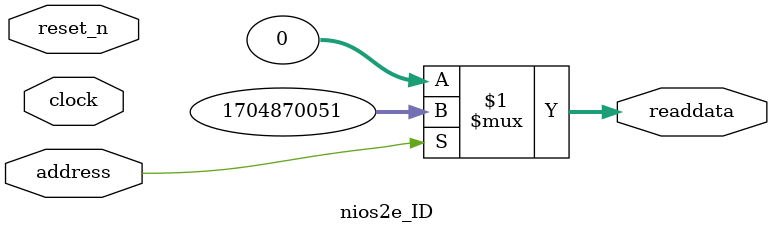
<source format=v>



// synthesis translate_off
`timescale 1ns / 1ps
// synthesis translate_on

// turn off superfluous verilog processor warnings 
// altera message_level Level1 
// altera message_off 10034 10035 10036 10037 10230 10240 10030 

module nios2e_ID (
               // inputs:
                address,
                clock,
                reset_n,

               // outputs:
                readdata
             )
;

  output  [ 31: 0] readdata;
  input            address;
  input            clock;
  input            reset_n;

  wire    [ 31: 0] readdata;
  //control_slave, which is an e_avalon_slave
  assign readdata = address ? 1704870051 : 0;

endmodule



</source>
